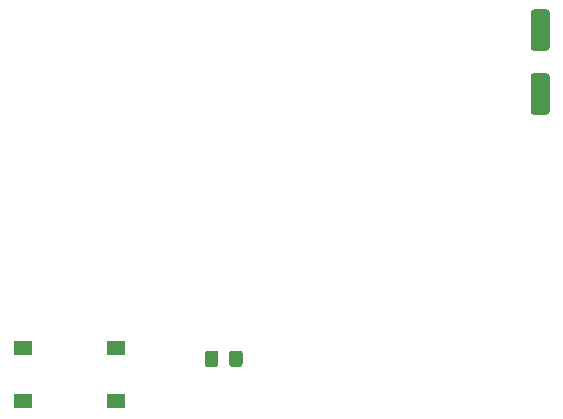
<source format=gbr>
%TF.GenerationSoftware,KiCad,Pcbnew,5.1.10*%
%TF.CreationDate,2021-11-02T12:22:44+00:00*%
%TF.ProjectId,BST900-ESP32,42535439-3030-42d4-9553-5033322e6b69,0.3*%
%TF.SameCoordinates,Original*%
%TF.FileFunction,Paste,Top*%
%TF.FilePolarity,Positive*%
%FSLAX46Y46*%
G04 Gerber Fmt 4.6, Leading zero omitted, Abs format (unit mm)*
G04 Created by KiCad (PCBNEW 5.1.10) date 2021-11-02 12:22:44*
%MOMM*%
%LPD*%
G01*
G04 APERTURE LIST*
%ADD10R,1.550000X1.300000*%
G04 APERTURE END LIST*
%TO.C,D1*%
G36*
G01*
X142050000Y-91549999D02*
X142050000Y-92450001D01*
G75*
G02*
X141800001Y-92700000I-249999J0D01*
G01*
X141149999Y-92700000D01*
G75*
G02*
X140900000Y-92450001I0J249999D01*
G01*
X140900000Y-91549999D01*
G75*
G02*
X141149999Y-91300000I249999J0D01*
G01*
X141800001Y-91300000D01*
G75*
G02*
X142050000Y-91549999I0J-249999D01*
G01*
G37*
G36*
G01*
X144100000Y-91549999D02*
X144100000Y-92450001D01*
G75*
G02*
X143850001Y-92700000I-249999J0D01*
G01*
X143199999Y-92700000D01*
G75*
G02*
X142950000Y-92450001I0J249999D01*
G01*
X142950000Y-91549999D01*
G75*
G02*
X143199999Y-91300000I249999J0D01*
G01*
X143850001Y-91300000D01*
G75*
G02*
X144100000Y-91549999I0J-249999D01*
G01*
G37*
%TD*%
%TO.C,C2*%
G36*
G01*
X168750000Y-67825000D02*
X169850000Y-67825000D01*
G75*
G02*
X170100000Y-68075000I0J-250000D01*
G01*
X170100000Y-71075000D01*
G75*
G02*
X169850000Y-71325000I-250000J0D01*
G01*
X168750000Y-71325000D01*
G75*
G02*
X168500000Y-71075000I0J250000D01*
G01*
X168500000Y-68075000D01*
G75*
G02*
X168750000Y-67825000I250000J0D01*
G01*
G37*
G36*
G01*
X168750000Y-62425000D02*
X169850000Y-62425000D01*
G75*
G02*
X170100000Y-62675000I0J-250000D01*
G01*
X170100000Y-65675000D01*
G75*
G02*
X169850000Y-65925000I-250000J0D01*
G01*
X168750000Y-65925000D01*
G75*
G02*
X168500000Y-65675000I0J250000D01*
G01*
X168500000Y-62675000D01*
G75*
G02*
X168750000Y-62425000I250000J0D01*
G01*
G37*
%TD*%
D10*
%TO.C,SW1*%
X133425000Y-95600000D03*
X133425000Y-91100000D03*
X125475000Y-91100000D03*
X125475000Y-95600000D03*
%TD*%
M02*

</source>
